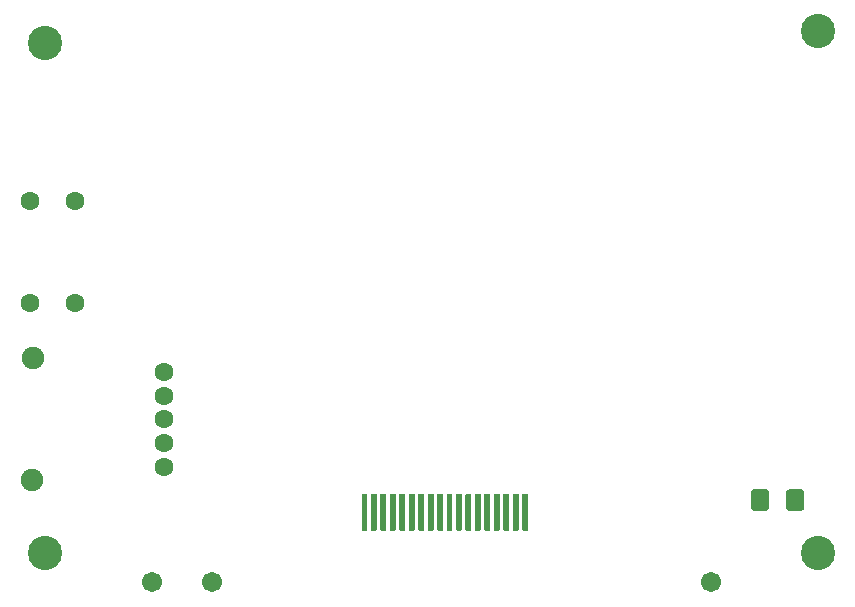
<source format=gbr>
G04 #@! TF.GenerationSoftware,KiCad,Pcbnew,5.1.9+dfsg1-1*
G04 #@! TF.CreationDate,2022-02-14T22:33:47+00:00*
G04 #@! TF.ProjectId,gbc_retrozero_screen_rev_b,6762635f-7265-4747-926f-7a65726f5f73,rev?*
G04 #@! TF.SameCoordinates,Original*
G04 #@! TF.FileFunction,Soldermask,Top*
G04 #@! TF.FilePolarity,Negative*
%FSLAX46Y46*%
G04 Gerber Fmt 4.6, Leading zero omitted, Abs format (unit mm)*
G04 Created by KiCad (PCBNEW 5.1.9+dfsg1-1) date 2022-02-14 22:33:47*
%MOMM*%
%LPD*%
G01*
G04 APERTURE LIST*
%ADD10C,2.902000*%
%ADD11C,1.602000*%
%ADD12C,1.902000*%
%ADD13C,1.702000*%
G04 APERTURE END LIST*
G36*
G01*
X80305100Y-103455600D02*
X80305100Y-100455600D01*
G75*
G02*
X80356100Y-100404600I51000J0D01*
G01*
X80756100Y-100404600D01*
G75*
G02*
X80807100Y-100455600I0J-51000D01*
G01*
X80807100Y-103455600D01*
G75*
G02*
X80756100Y-103506600I-51000J0D01*
G01*
X80356100Y-103506600D01*
G75*
G02*
X80305100Y-103455600I0J51000D01*
G01*
G37*
G36*
G01*
X81105200Y-103455600D02*
X81105200Y-100455600D01*
G75*
G02*
X81156200Y-100404600I51000J0D01*
G01*
X81556200Y-100404600D01*
G75*
G02*
X81607200Y-100455600I0J-51000D01*
G01*
X81607200Y-103455600D01*
G75*
G02*
X81556200Y-103506600I-51000J0D01*
G01*
X81156200Y-103506600D01*
G75*
G02*
X81105200Y-103455600I0J51000D01*
G01*
G37*
G36*
G01*
X81905300Y-103455600D02*
X81905300Y-100455600D01*
G75*
G02*
X81956300Y-100404600I51000J0D01*
G01*
X82356300Y-100404600D01*
G75*
G02*
X82407300Y-100455600I0J-51000D01*
G01*
X82407300Y-103455600D01*
G75*
G02*
X82356300Y-103506600I-51000J0D01*
G01*
X81956300Y-103506600D01*
G75*
G02*
X81905300Y-103455600I0J51000D01*
G01*
G37*
G36*
G01*
X82705400Y-103455600D02*
X82705400Y-100455600D01*
G75*
G02*
X82756400Y-100404600I51000J0D01*
G01*
X83156400Y-100404600D01*
G75*
G02*
X83207400Y-100455600I0J-51000D01*
G01*
X83207400Y-103455600D01*
G75*
G02*
X83156400Y-103506600I-51000J0D01*
G01*
X82756400Y-103506600D01*
G75*
G02*
X82705400Y-103455600I0J51000D01*
G01*
G37*
G36*
G01*
X83505500Y-103455600D02*
X83505500Y-100455600D01*
G75*
G02*
X83556500Y-100404600I51000J0D01*
G01*
X83956500Y-100404600D01*
G75*
G02*
X84007500Y-100455600I0J-51000D01*
G01*
X84007500Y-103455600D01*
G75*
G02*
X83956500Y-103506600I-51000J0D01*
G01*
X83556500Y-103506600D01*
G75*
G02*
X83505500Y-103455600I0J51000D01*
G01*
G37*
G36*
G01*
X84305600Y-103455600D02*
X84305600Y-100455600D01*
G75*
G02*
X84356600Y-100404600I51000J0D01*
G01*
X84756600Y-100404600D01*
G75*
G02*
X84807600Y-100455600I0J-51000D01*
G01*
X84807600Y-103455600D01*
G75*
G02*
X84756600Y-103506600I-51000J0D01*
G01*
X84356600Y-103506600D01*
G75*
G02*
X84305600Y-103455600I0J51000D01*
G01*
G37*
G36*
G01*
X85105700Y-103455600D02*
X85105700Y-100455600D01*
G75*
G02*
X85156700Y-100404600I51000J0D01*
G01*
X85556700Y-100404600D01*
G75*
G02*
X85607700Y-100455600I0J-51000D01*
G01*
X85607700Y-103455600D01*
G75*
G02*
X85556700Y-103506600I-51000J0D01*
G01*
X85156700Y-103506600D01*
G75*
G02*
X85105700Y-103455600I0J51000D01*
G01*
G37*
G36*
G01*
X85905800Y-103455600D02*
X85905800Y-100455600D01*
G75*
G02*
X85956800Y-100404600I51000J0D01*
G01*
X86356800Y-100404600D01*
G75*
G02*
X86407800Y-100455600I0J-51000D01*
G01*
X86407800Y-103455600D01*
G75*
G02*
X86356800Y-103506600I-51000J0D01*
G01*
X85956800Y-103506600D01*
G75*
G02*
X85905800Y-103455600I0J51000D01*
G01*
G37*
G36*
G01*
X86705900Y-103455600D02*
X86705900Y-100455600D01*
G75*
G02*
X86756900Y-100404600I51000J0D01*
G01*
X87156900Y-100404600D01*
G75*
G02*
X87207900Y-100455600I0J-51000D01*
G01*
X87207900Y-103455600D01*
G75*
G02*
X87156900Y-103506600I-51000J0D01*
G01*
X86756900Y-103506600D01*
G75*
G02*
X86705900Y-103455600I0J51000D01*
G01*
G37*
G36*
G01*
X87506000Y-103455600D02*
X87506000Y-100455600D01*
G75*
G02*
X87557000Y-100404600I51000J0D01*
G01*
X87957000Y-100404600D01*
G75*
G02*
X88008000Y-100455600I0J-51000D01*
G01*
X88008000Y-103455600D01*
G75*
G02*
X87957000Y-103506600I-51000J0D01*
G01*
X87557000Y-103506600D01*
G75*
G02*
X87506000Y-103455600I0J51000D01*
G01*
G37*
G36*
G01*
X88306100Y-103455600D02*
X88306100Y-100455600D01*
G75*
G02*
X88357100Y-100404600I51000J0D01*
G01*
X88757100Y-100404600D01*
G75*
G02*
X88808100Y-100455600I0J-51000D01*
G01*
X88808100Y-103455600D01*
G75*
G02*
X88757100Y-103506600I-51000J0D01*
G01*
X88357100Y-103506600D01*
G75*
G02*
X88306100Y-103455600I0J51000D01*
G01*
G37*
G36*
G01*
X89106200Y-103455600D02*
X89106200Y-100455600D01*
G75*
G02*
X89157200Y-100404600I51000J0D01*
G01*
X89557200Y-100404600D01*
G75*
G02*
X89608200Y-100455600I0J-51000D01*
G01*
X89608200Y-103455600D01*
G75*
G02*
X89557200Y-103506600I-51000J0D01*
G01*
X89157200Y-103506600D01*
G75*
G02*
X89106200Y-103455600I0J51000D01*
G01*
G37*
G36*
G01*
X89906300Y-103455600D02*
X89906300Y-100455600D01*
G75*
G02*
X89957300Y-100404600I51000J0D01*
G01*
X90357300Y-100404600D01*
G75*
G02*
X90408300Y-100455600I0J-51000D01*
G01*
X90408300Y-103455600D01*
G75*
G02*
X90357300Y-103506600I-51000J0D01*
G01*
X89957300Y-103506600D01*
G75*
G02*
X89906300Y-103455600I0J51000D01*
G01*
G37*
G36*
G01*
X90706400Y-103455600D02*
X90706400Y-100455600D01*
G75*
G02*
X90757400Y-100404600I51000J0D01*
G01*
X91157400Y-100404600D01*
G75*
G02*
X91208400Y-100455600I0J-51000D01*
G01*
X91208400Y-103455600D01*
G75*
G02*
X91157400Y-103506600I-51000J0D01*
G01*
X90757400Y-103506600D01*
G75*
G02*
X90706400Y-103455600I0J51000D01*
G01*
G37*
G36*
G01*
X91506500Y-103455600D02*
X91506500Y-100455600D01*
G75*
G02*
X91557500Y-100404600I51000J0D01*
G01*
X91957500Y-100404600D01*
G75*
G02*
X92008500Y-100455600I0J-51000D01*
G01*
X92008500Y-103455600D01*
G75*
G02*
X91957500Y-103506600I-51000J0D01*
G01*
X91557500Y-103506600D01*
G75*
G02*
X91506500Y-103455600I0J51000D01*
G01*
G37*
G36*
G01*
X92306600Y-103455600D02*
X92306600Y-100455600D01*
G75*
G02*
X92357600Y-100404600I51000J0D01*
G01*
X92757600Y-100404600D01*
G75*
G02*
X92808600Y-100455600I0J-51000D01*
G01*
X92808600Y-103455600D01*
G75*
G02*
X92757600Y-103506600I-51000J0D01*
G01*
X92357600Y-103506600D01*
G75*
G02*
X92306600Y-103455600I0J51000D01*
G01*
G37*
G36*
G01*
X93106700Y-103455600D02*
X93106700Y-100455600D01*
G75*
G02*
X93157700Y-100404600I51000J0D01*
G01*
X93557700Y-100404600D01*
G75*
G02*
X93608700Y-100455600I0J-51000D01*
G01*
X93608700Y-103455600D01*
G75*
G02*
X93557700Y-103506600I-51000J0D01*
G01*
X93157700Y-103506600D01*
G75*
G02*
X93106700Y-103455600I0J51000D01*
G01*
G37*
G36*
G01*
X93906800Y-103455600D02*
X93906800Y-100455600D01*
G75*
G02*
X93957800Y-100404600I51000J0D01*
G01*
X94357800Y-100404600D01*
G75*
G02*
X94408800Y-100455600I0J-51000D01*
G01*
X94408800Y-103455600D01*
G75*
G02*
X94357800Y-103506600I-51000J0D01*
G01*
X93957800Y-103506600D01*
G75*
G02*
X93906800Y-103455600I0J51000D01*
G01*
G37*
D10*
X53526280Y-105401680D03*
X118918580Y-61203140D03*
X53513580Y-62219140D03*
X118918580Y-105399140D03*
G36*
G01*
X113281500Y-101588106D02*
X113281500Y-100271894D01*
G75*
G02*
X113549394Y-100004000I267894J0D01*
G01*
X114540606Y-100004000D01*
G75*
G02*
X114808500Y-100271894I0J-267894D01*
G01*
X114808500Y-101588106D01*
G75*
G02*
X114540606Y-101856000I-267894J0D01*
G01*
X113549394Y-101856000D01*
G75*
G02*
X113281500Y-101588106I0J267894D01*
G01*
G37*
G36*
G01*
X116256500Y-101588106D02*
X116256500Y-100271894D01*
G75*
G02*
X116524394Y-100004000I267894J0D01*
G01*
X117515606Y-100004000D01*
G75*
G02*
X117783500Y-100271894I0J-267894D01*
G01*
X117783500Y-101588106D01*
G75*
G02*
X117515606Y-101856000I-267894J0D01*
G01*
X116524394Y-101856000D01*
G75*
G02*
X116256500Y-101588106I0J267894D01*
G01*
G37*
D11*
X63569440Y-90070240D03*
X63569440Y-92076840D03*
X63569440Y-94083440D03*
X63569440Y-96090040D03*
X63569440Y-98096640D03*
D12*
X52444240Y-99252340D03*
X52456940Y-88914540D03*
D11*
X56020000Y-84228000D03*
X56020000Y-75592000D03*
X52222700Y-75592000D03*
X52222700Y-84228000D03*
D13*
X109931200Y-107899200D03*
X62534800Y-107899200D03*
X67614800Y-107899200D03*
M02*

</source>
